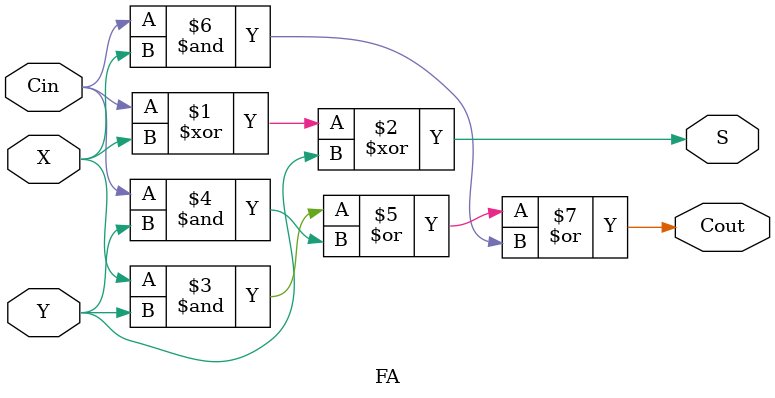
<source format=v>

module FA(Cin,X,Y,S, Cout);
input Cin,X,Y;
output Cout,S;
assign S = Cin ^ X ^ Y;
assign Cout = (X & Y) | (Cin & Y ) | (Cin & X);

endmodule

</source>
